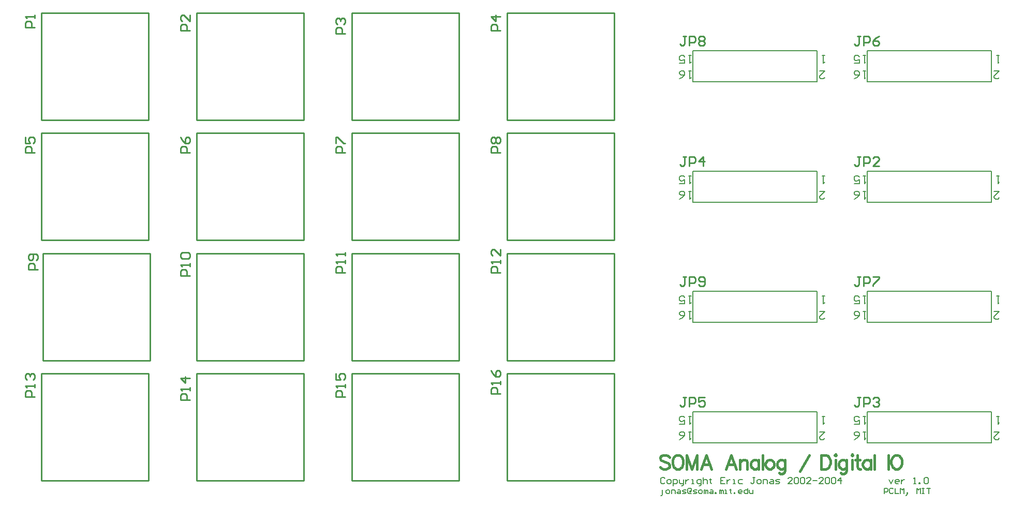
<source format=gto>
%FSLAX24Y24*%
%MOIN*%
G70*
G01*
G75*
%ADD10C,0.0080*%
%ADD11C,0.0200*%
%ADD12C,0.0120*%
%ADD13C,0.0100*%
%ADD14C,0.1600*%
%ADD15C,0.0500*%
%ADD16R,0.0591X0.0591*%
%ADD17C,0.0591*%
%ADD18C,0.0079*%
%ADD19C,0.0070*%
%ADD20C,0.0150*%
D10*
X75167Y58200D02*
X75500D01*
X75167Y57867D01*
Y57783D01*
X75250Y57700D01*
X75417D01*
X75500Y57783D01*
Y59200D02*
X75333D01*
X75417D01*
Y58700D01*
X75500Y58783D01*
X66900Y59200D02*
X66733D01*
X66817D01*
Y58700D01*
X66900Y58783D01*
X66150Y58700D02*
X66483D01*
Y58950D01*
X66317Y58867D01*
X66234D01*
X66150Y58950D01*
Y59117D01*
X66234Y59200D01*
X66400D01*
X66483Y59117D01*
X66900Y58200D02*
X66733D01*
X66817D01*
Y57700D01*
X66900Y57783D01*
X66150Y57700D02*
X66317Y57783D01*
X66483Y57950D01*
Y58117D01*
X66400Y58200D01*
X66234D01*
X66150Y58117D01*
Y58033D01*
X66234Y57950D01*
X66483D01*
X78150Y58200D02*
X77983D01*
X78067D01*
Y57700D01*
X78150Y57783D01*
X77400Y57700D02*
X77567Y57783D01*
X77733Y57950D01*
Y58117D01*
X77650Y58200D01*
X77484D01*
X77400Y58117D01*
Y58033D01*
X77484Y57950D01*
X77733D01*
X78150Y59200D02*
X77983D01*
X78067D01*
Y58700D01*
X78150Y58783D01*
X77400Y58700D02*
X77733D01*
Y58950D01*
X77567Y58867D01*
X77484D01*
X77400Y58950D01*
Y59117D01*
X77484Y59200D01*
X77650D01*
X77733Y59117D01*
X86750Y59200D02*
X86583D01*
X86667D01*
Y58700D01*
X86750Y58783D01*
X86417Y58200D02*
X86750D01*
X86417Y57867D01*
Y57783D01*
X86500Y57700D01*
X86667D01*
X86750Y57783D01*
X75167Y50450D02*
X75500D01*
X75167Y50117D01*
Y50033D01*
X75250Y49950D01*
X75417D01*
X75500Y50033D01*
Y51450D02*
X75333D01*
X75417D01*
Y50950D01*
X75500Y51033D01*
X66900Y51450D02*
X66733D01*
X66817D01*
Y50950D01*
X66900Y51033D01*
X66150Y50950D02*
X66483D01*
Y51200D01*
X66317Y51117D01*
X66234D01*
X66150Y51200D01*
Y51367D01*
X66234Y51450D01*
X66400D01*
X66483Y51367D01*
X66900Y50450D02*
X66733D01*
X66817D01*
Y49950D01*
X66900Y50033D01*
X66150Y49950D02*
X66317Y50033D01*
X66483Y50200D01*
Y50367D01*
X66400Y50450D01*
X66234D01*
X66150Y50367D01*
Y50283D01*
X66234Y50200D01*
X66483D01*
X86417Y50450D02*
X86750D01*
X86417Y50117D01*
Y50033D01*
X86500Y49950D01*
X86667D01*
X86750Y50033D01*
Y51450D02*
X86583D01*
X86667D01*
Y50950D01*
X86750Y51033D01*
X78150Y51450D02*
X77983D01*
X78067D01*
Y50950D01*
X78150Y51033D01*
X77400Y50950D02*
X77733D01*
Y51200D01*
X77567Y51117D01*
X77484D01*
X77400Y51200D01*
Y51367D01*
X77484Y51450D01*
X77650D01*
X77733Y51367D01*
X78150Y50450D02*
X77983D01*
X78067D01*
Y49950D01*
X78150Y50033D01*
X77400Y49950D02*
X77567Y50033D01*
X77733Y50200D01*
Y50367D01*
X77650Y50450D01*
X77484D01*
X77400Y50367D01*
Y50283D01*
X77484Y50200D01*
X77733D01*
X75167Y42700D02*
X75500D01*
X75167Y42367D01*
Y42283D01*
X75250Y42200D01*
X75417D01*
X75500Y42283D01*
Y43700D02*
X75333D01*
X75417D01*
Y43200D01*
X75500Y43283D01*
X66900Y43700D02*
X66733D01*
X66817D01*
Y43200D01*
X66900Y43283D01*
X66150Y43200D02*
X66483D01*
Y43450D01*
X66317Y43367D01*
X66234D01*
X66150Y43450D01*
Y43617D01*
X66234Y43700D01*
X66400D01*
X66483Y43617D01*
X66900Y42700D02*
X66733D01*
X66817D01*
Y42200D01*
X66900Y42283D01*
X66150Y42200D02*
X66317Y42283D01*
X66483Y42450D01*
Y42617D01*
X66400Y42700D01*
X66234D01*
X66150Y42617D01*
Y42533D01*
X66234Y42450D01*
X66483D01*
X86417Y42700D02*
X86750D01*
X86417Y42367D01*
Y42283D01*
X86500Y42200D01*
X86667D01*
X86750Y42283D01*
Y43700D02*
X86583D01*
X86667D01*
Y43200D01*
X86750Y43283D01*
X78150Y43700D02*
X77983D01*
X78067D01*
Y43200D01*
X78150Y43283D01*
X77400Y43200D02*
X77733D01*
Y43450D01*
X77567Y43367D01*
X77484D01*
X77400Y43450D01*
Y43617D01*
X77484Y43700D01*
X77650D01*
X77733Y43617D01*
X78150Y42700D02*
X77983D01*
X78067D01*
Y42200D01*
X78150Y42283D01*
X77400Y42200D02*
X77567Y42283D01*
X77733Y42450D01*
Y42617D01*
X77650Y42700D01*
X77484D01*
X77400Y42617D01*
Y42533D01*
X77484Y42450D01*
X77733D01*
X86417Y34950D02*
X86750D01*
X86417Y34617D01*
Y34533D01*
X86500Y34450D01*
X86667D01*
X86750Y34533D01*
Y35950D02*
X86583D01*
X86667D01*
Y35450D01*
X86750Y35533D01*
X78150Y35950D02*
X77983D01*
X78067D01*
Y35450D01*
X78150Y35533D01*
X77400Y35450D02*
X77733D01*
Y35700D01*
X77567Y35617D01*
X77484D01*
X77400Y35700D01*
Y35867D01*
X77484Y35950D01*
X77650D01*
X77733Y35867D01*
X78150Y34950D02*
X77983D01*
X78067D01*
Y34450D01*
X78150Y34533D01*
X77400Y34450D02*
X77567Y34533D01*
X77733Y34700D01*
Y34867D01*
X77650Y34950D01*
X77484D01*
X77400Y34867D01*
Y34783D01*
X77484Y34700D01*
X77733D01*
X75167Y34950D02*
X75500D01*
X75167Y34617D01*
Y34533D01*
X75250Y34450D01*
X75417D01*
X75500Y34533D01*
Y35950D02*
X75333D01*
X75417D01*
Y35450D01*
X75500Y35533D01*
X66900Y35950D02*
X66733D01*
X66817D01*
Y35450D01*
X66900Y35533D01*
X66150Y35450D02*
X66483D01*
Y35700D01*
X66317Y35617D01*
X66234D01*
X66150Y35700D01*
Y35867D01*
X66234Y35950D01*
X66400D01*
X66483Y35867D01*
X66900Y34950D02*
X66733D01*
X66817D01*
Y34450D01*
X66900Y34533D01*
X66150Y34450D02*
X66317Y34533D01*
X66483Y34700D01*
Y34867D01*
X66400Y34950D01*
X66234D01*
X66150Y34867D01*
Y34783D01*
X66234Y34700D01*
X66483D01*
D13*
X35050Y38700D02*
X41950D01*
X35050Y31800D02*
Y38700D01*
Y31800D02*
X41950D01*
Y38700D01*
X51950Y31800D02*
Y38700D01*
X45050Y31800D02*
X51950D01*
X45050D02*
Y38700D01*
X51950D01*
X55050D02*
X61950D01*
X55050Y31800D02*
Y38700D01*
Y31800D02*
X61950D01*
Y38700D01*
X35050Y46450D02*
X41950D01*
X35050Y39550D02*
Y46450D01*
Y39550D02*
X41950D01*
Y46450D01*
X51950Y39550D02*
Y46450D01*
X45050Y39550D02*
X51950D01*
X45050D02*
Y46450D01*
X51950D01*
X55050D02*
X61950D01*
X55050Y39550D02*
Y46450D01*
Y39550D02*
X61950D01*
Y46450D01*
X31950Y55050D02*
Y61950D01*
X25050Y55050D02*
X31950D01*
X25050D02*
Y61950D01*
X31950D01*
X35050D02*
X41950D01*
X35050Y55050D02*
Y61950D01*
Y55050D02*
X41950D01*
Y61950D01*
X51950Y55050D02*
Y61950D01*
X45050Y55050D02*
X51950D01*
X45050D02*
Y61950D01*
X51950D01*
X55050D02*
X61950D01*
X55050Y55050D02*
Y61950D01*
Y55050D02*
X61950D01*
Y61950D01*
X35050Y54200D02*
X41950D01*
X35050Y47300D02*
Y54200D01*
Y47300D02*
X41950D01*
Y54200D01*
X51950Y47300D02*
Y54200D01*
X45050Y47300D02*
X51950D01*
X45050D02*
Y54200D01*
X51950D01*
X55050D02*
X61950D01*
X55050Y47300D02*
Y54200D01*
Y47300D02*
X61950D01*
Y54200D01*
X31950Y47300D02*
Y54200D01*
X25050Y47300D02*
X31950D01*
X25050D02*
Y54200D01*
X31950D01*
X32050Y39550D02*
Y46450D01*
X25150Y39550D02*
X32050D01*
X25150D02*
Y46450D01*
X32050D01*
X31950Y31800D02*
Y38700D01*
X25050Y31800D02*
X31950D01*
X25050D02*
Y38700D01*
X31950D01*
X77820Y52690D02*
X77620D01*
X77720D01*
Y52190D01*
X77620Y52090D01*
X77520D01*
X77420Y52190D01*
X78020Y52090D02*
Y52690D01*
X78320D01*
X78420Y52590D01*
Y52390D01*
X78320Y52290D01*
X78020D01*
X79019Y52090D02*
X78620D01*
X79019Y52490D01*
Y52590D01*
X78920Y52690D01*
X78720D01*
X78620Y52590D01*
X77820Y37190D02*
X77620D01*
X77720D01*
Y36690D01*
X77620Y36590D01*
X77520D01*
X77420Y36690D01*
X78020Y36590D02*
Y37190D01*
X78320D01*
X78420Y37090D01*
Y36890D01*
X78320Y36790D01*
X78020D01*
X78620Y37090D02*
X78720Y37190D01*
X78920D01*
X79019Y37090D01*
Y36990D01*
X78920Y36890D01*
X78820D01*
X78920D01*
X79019Y36790D01*
Y36690D01*
X78920Y36590D01*
X78720D01*
X78620Y36690D01*
X66570Y52690D02*
X66370D01*
X66470D01*
Y52190D01*
X66370Y52090D01*
X66270D01*
X66170Y52190D01*
X66770Y52090D02*
Y52690D01*
X67070D01*
X67170Y52590D01*
Y52390D01*
X67070Y52290D01*
X66770D01*
X67670Y52090D02*
Y52690D01*
X67370Y52390D01*
X67769D01*
X66570Y37190D02*
X66370D01*
X66470D01*
Y36690D01*
X66370Y36590D01*
X66270D01*
X66170Y36690D01*
X66770Y36590D02*
Y37190D01*
X67070D01*
X67170Y37090D01*
Y36890D01*
X67070Y36790D01*
X66770D01*
X67769Y37190D02*
X67370D01*
Y36890D01*
X67570Y36990D01*
X67670D01*
X67769Y36890D01*
Y36690D01*
X67670Y36590D01*
X67470D01*
X67370Y36690D01*
X77820Y60440D02*
X77620D01*
X77720D01*
Y59940D01*
X77620Y59840D01*
X77520D01*
X77420Y59940D01*
X78020Y59840D02*
Y60440D01*
X78320D01*
X78420Y60340D01*
Y60140D01*
X78320Y60040D01*
X78020D01*
X79019Y60440D02*
X78820Y60340D01*
X78620Y60140D01*
Y59940D01*
X78720Y59840D01*
X78920D01*
X79019Y59940D01*
Y60040D01*
X78920Y60140D01*
X78620D01*
X77820Y44940D02*
X77620D01*
X77720D01*
Y44440D01*
X77620Y44340D01*
X77520D01*
X77420Y44440D01*
X78020Y44340D02*
Y44940D01*
X78320D01*
X78420Y44840D01*
Y44640D01*
X78320Y44540D01*
X78020D01*
X78620Y44940D02*
X79019D01*
Y44840D01*
X78620Y44440D01*
Y44340D01*
X66570Y60440D02*
X66370D01*
X66470D01*
Y59940D01*
X66370Y59840D01*
X66270D01*
X66170Y59940D01*
X66770Y59840D02*
Y60440D01*
X67070D01*
X67170Y60340D01*
Y60140D01*
X67070Y60040D01*
X66770D01*
X67370Y60340D02*
X67470Y60440D01*
X67670D01*
X67769Y60340D01*
Y60240D01*
X67670Y60140D01*
X67769Y60040D01*
Y59940D01*
X67670Y59840D01*
X67470D01*
X67370Y59940D01*
Y60040D01*
X67470Y60140D01*
X67370Y60240D01*
Y60340D01*
X67470Y60140D02*
X67670D01*
X66570Y44940D02*
X66370D01*
X66470D01*
Y44440D01*
X66370Y44340D01*
X66270D01*
X66170Y44440D01*
X66770Y44340D02*
Y44940D01*
X67070D01*
X67170Y44840D01*
Y44640D01*
X67070Y44540D01*
X66770D01*
X67370Y44440D02*
X67470Y44340D01*
X67670D01*
X67769Y44440D01*
Y44840D01*
X67670Y44940D01*
X67470D01*
X67370Y44840D01*
Y44740D01*
X67470Y44640D01*
X67769D01*
X24600Y61000D02*
X24000D01*
Y61300D01*
X24100Y61400D01*
X24300D01*
X24400Y61300D01*
Y61000D01*
X24600Y61600D02*
Y61800D01*
Y61700D01*
X24000D01*
X24100Y61600D01*
X34600Y60800D02*
X34000D01*
Y61100D01*
X34100Y61200D01*
X34300D01*
X34400Y61100D01*
Y60800D01*
X34600Y61800D02*
Y61400D01*
X34200Y61800D01*
X34100D01*
X34000Y61700D01*
Y61500D01*
X34100Y61400D01*
X44600Y60600D02*
X44000D01*
Y60900D01*
X44100Y61000D01*
X44300D01*
X44400Y60900D01*
Y60600D01*
X44100Y61200D02*
X44000Y61300D01*
Y61500D01*
X44100Y61600D01*
X44200D01*
X44300Y61500D01*
Y61400D01*
Y61500D01*
X44400Y61600D01*
X44500D01*
X44600Y61500D01*
Y61300D01*
X44500Y61200D01*
X54600Y60800D02*
X54000D01*
Y61100D01*
X54100Y61200D01*
X54300D01*
X54400Y61100D01*
Y60800D01*
X54600Y61700D02*
X54000D01*
X54300Y61400D01*
Y61800D01*
X24600Y52950D02*
X24000D01*
Y53250D01*
X24100Y53350D01*
X24300D01*
X24400Y53250D01*
Y52950D01*
X24000Y53950D02*
Y53550D01*
X24300D01*
X24200Y53750D01*
Y53850D01*
X24300Y53950D01*
X24500D01*
X24600Y53850D01*
Y53650D01*
X24500Y53550D01*
X34600Y52950D02*
X34000D01*
Y53250D01*
X34100Y53350D01*
X34300D01*
X34400Y53250D01*
Y52950D01*
X34000Y53950D02*
X34100Y53750D01*
X34300Y53550D01*
X34500D01*
X34600Y53650D01*
Y53850D01*
X34500Y53950D01*
X34400D01*
X34300Y53850D01*
Y53550D01*
X44600Y52950D02*
X44000D01*
Y53250D01*
X44100Y53350D01*
X44300D01*
X44400Y53250D01*
Y52950D01*
X44000Y53550D02*
Y53950D01*
X44100D01*
X44500Y53550D01*
X44600D01*
X54600Y52950D02*
X54000D01*
Y53250D01*
X54100Y53350D01*
X54300D01*
X54400Y53250D01*
Y52950D01*
X54100Y53550D02*
X54000Y53650D01*
Y53850D01*
X54100Y53950D01*
X54200D01*
X54300Y53850D01*
X54400Y53950D01*
X54500D01*
X54600Y53850D01*
Y53650D01*
X54500Y53550D01*
X54400D01*
X54300Y53650D01*
X54200Y53550D01*
X54100D01*
X54300Y53650D02*
Y53850D01*
X24800Y45400D02*
X24200D01*
Y45700D01*
X24300Y45800D01*
X24500D01*
X24600Y45700D01*
Y45400D01*
X24700Y46000D02*
X24800Y46100D01*
Y46300D01*
X24700Y46400D01*
X24300D01*
X24200Y46300D01*
Y46100D01*
X24300Y46000D01*
X24400D01*
X24500Y46100D01*
Y46400D01*
X34600Y45000D02*
X34000D01*
Y45300D01*
X34100Y45400D01*
X34300D01*
X34400Y45300D01*
Y45000D01*
X34600Y45600D02*
Y45800D01*
Y45700D01*
X34000D01*
X34100Y45600D01*
Y46100D02*
X34000Y46200D01*
Y46400D01*
X34100Y46500D01*
X34500D01*
X34600Y46400D01*
Y46200D01*
X34500Y46100D01*
X34100D01*
X44600Y45200D02*
X44000D01*
Y45500D01*
X44100Y45600D01*
X44300D01*
X44400Y45500D01*
Y45200D01*
X44600Y45800D02*
Y46000D01*
Y45900D01*
X44000D01*
X44100Y45800D01*
X44600Y46300D02*
Y46500D01*
Y46400D01*
X44000D01*
X44100Y46300D01*
X54600Y45200D02*
X54000D01*
Y45500D01*
X54100Y45600D01*
X54300D01*
X54400Y45500D01*
Y45200D01*
X54600Y45800D02*
Y46000D01*
Y45900D01*
X54000D01*
X54100Y45800D01*
X54600Y46700D02*
Y46300D01*
X54200Y46700D01*
X54100D01*
X54000Y46600D01*
Y46400D01*
X54100Y46300D01*
X24600Y37200D02*
X24000D01*
Y37500D01*
X24100Y37600D01*
X24300D01*
X24400Y37500D01*
Y37200D01*
X24600Y37800D02*
Y38000D01*
Y37900D01*
X24000D01*
X24100Y37800D01*
Y38300D02*
X24000Y38400D01*
Y38600D01*
X24100Y38700D01*
X24200D01*
X24300Y38600D01*
Y38500D01*
Y38600D01*
X24400Y38700D01*
X24500D01*
X24600Y38600D01*
Y38400D01*
X24500Y38300D01*
X34600Y37000D02*
X34000D01*
Y37300D01*
X34100Y37400D01*
X34300D01*
X34400Y37300D01*
Y37000D01*
X34600Y37600D02*
Y37800D01*
Y37700D01*
X34000D01*
X34100Y37600D01*
X34600Y38400D02*
X34000D01*
X34300Y38100D01*
Y38500D01*
X44600Y37200D02*
X44000D01*
Y37500D01*
X44100Y37600D01*
X44300D01*
X44400Y37500D01*
Y37200D01*
X44600Y37800D02*
Y38000D01*
Y37900D01*
X44000D01*
X44100Y37800D01*
X44000Y38700D02*
Y38300D01*
X44300D01*
X44200Y38500D01*
Y38600D01*
X44300Y38700D01*
X44500D01*
X44600Y38600D01*
Y38400D01*
X44500Y38300D01*
X54600Y37400D02*
X54000D01*
Y37700D01*
X54100Y37800D01*
X54300D01*
X54400Y37700D01*
Y37400D01*
X54600Y38000D02*
Y38200D01*
Y38100D01*
X54000D01*
X54100Y38000D01*
X54000Y38900D02*
X54100Y38700D01*
X54300Y38500D01*
X54500D01*
X54600Y38600D01*
Y38800D01*
X54500Y38900D01*
X54400D01*
X54300Y38800D01*
Y38500D01*
D18*
X67000Y57500D02*
Y59500D01*
X75000Y57500D02*
Y59500D01*
X67000D02*
X75000D01*
X67000Y57500D02*
X75000D01*
X78250D02*
X86250D01*
X78250Y59500D02*
X86250D01*
Y57500D02*
Y59500D01*
X78250Y57500D02*
Y59500D01*
X67000Y49750D02*
Y51750D01*
X75000Y49750D02*
Y51750D01*
X67000D02*
X75000D01*
X67000Y49750D02*
X75000D01*
X78250D02*
Y51750D01*
X86250Y49750D02*
Y51750D01*
X78250D02*
X86250D01*
X78250Y49750D02*
X86250D01*
X67000Y42000D02*
Y44000D01*
X75000Y42000D02*
Y44000D01*
X67000D02*
X75000D01*
X67000Y42000D02*
X75000D01*
X78250D02*
Y44000D01*
X86250Y42000D02*
Y44000D01*
X78250D02*
X86250D01*
X78250Y42000D02*
X86250D01*
X78250Y34250D02*
Y36250D01*
X86250Y34250D02*
Y36250D01*
X78250D02*
X86250D01*
X78250Y34250D02*
X86250D01*
X67000D02*
Y36250D01*
X75000Y34250D02*
Y36250D01*
X67000D02*
X75000D01*
X67000Y34250D02*
X75000D01*
D19*
X65207Y31933D02*
X65140Y32000D01*
X65007D01*
X64940Y31933D01*
Y31667D01*
X65007Y31600D01*
X65140D01*
X65207Y31667D01*
X65407Y31600D02*
X65540D01*
X65606Y31667D01*
Y31800D01*
X65540Y31867D01*
X65407D01*
X65340Y31800D01*
Y31667D01*
X65407Y31600D01*
X65740Y31467D02*
Y31867D01*
X65940D01*
X66006Y31800D01*
Y31667D01*
X65940Y31600D01*
X65740D01*
X66140Y31867D02*
Y31667D01*
X66206Y31600D01*
X66406D01*
Y31533D01*
X66340Y31467D01*
X66273D01*
X66406Y31600D02*
Y31867D01*
X66539D02*
Y31600D01*
Y31733D01*
X66606Y31800D01*
X66673Y31867D01*
X66739D01*
X66939Y31600D02*
X67073D01*
X67006D01*
Y31867D01*
X66939D01*
X67406Y31467D02*
X67473D01*
X67539Y31533D01*
Y31867D01*
X67339D01*
X67273Y31800D01*
Y31667D01*
X67339Y31600D01*
X67539D01*
X67672Y32000D02*
Y31600D01*
Y31800D01*
X67739Y31867D01*
X67872D01*
X67939Y31800D01*
Y31600D01*
X68139Y31933D02*
Y31867D01*
X68072D01*
X68206D01*
X68139D01*
Y31667D01*
X68206Y31600D01*
X69072Y32000D02*
X68805D01*
Y31600D01*
X69072D01*
X68805Y31800D02*
X68939D01*
X69205Y31867D02*
Y31600D01*
Y31733D01*
X69272Y31800D01*
X69339Y31867D01*
X69405D01*
X69605Y31600D02*
X69738D01*
X69672D01*
Y31867D01*
X69605D01*
X70205D02*
X70005D01*
X69938Y31800D01*
Y31667D01*
X70005Y31600D01*
X70205D01*
X71005Y32000D02*
X70871D01*
X70938D01*
Y31667D01*
X70871Y31600D01*
X70805D01*
X70738Y31667D01*
X71205Y31600D02*
X71338D01*
X71405Y31667D01*
Y31800D01*
X71338Y31867D01*
X71205D01*
X71138Y31800D01*
Y31667D01*
X71205Y31600D01*
X71538D02*
Y31867D01*
X71738D01*
X71804Y31800D01*
Y31600D01*
X72004Y31867D02*
X72138D01*
X72204Y31800D01*
Y31600D01*
X72004D01*
X71938Y31667D01*
X72004Y31733D01*
X72204D01*
X72338Y31600D02*
X72538D01*
X72604Y31667D01*
X72538Y31733D01*
X72404D01*
X72338Y31800D01*
X72404Y31867D01*
X72604D01*
X73404Y31600D02*
X73137D01*
X73404Y31867D01*
Y31933D01*
X73337Y32000D01*
X73204D01*
X73137Y31933D01*
X73537D02*
X73604Y32000D01*
X73737D01*
X73804Y31933D01*
Y31667D01*
X73737Y31600D01*
X73604D01*
X73537Y31667D01*
Y31933D01*
X73937D02*
X74004Y32000D01*
X74137D01*
X74204Y31933D01*
Y31667D01*
X74137Y31600D01*
X74004D01*
X73937Y31667D01*
Y31933D01*
X74604Y31600D02*
X74337D01*
X74604Y31867D01*
Y31933D01*
X74537Y32000D01*
X74404D01*
X74337Y31933D01*
X74737Y31800D02*
X75003D01*
X75403Y31600D02*
X75137D01*
X75403Y31867D01*
Y31933D01*
X75337Y32000D01*
X75203D01*
X75137Y31933D01*
X75537D02*
X75603Y32000D01*
X75737D01*
X75803Y31933D01*
Y31667D01*
X75737Y31600D01*
X75603D01*
X75537Y31667D01*
Y31933D01*
X75936D02*
X76003Y32000D01*
X76136D01*
X76203Y31933D01*
Y31667D01*
X76136Y31600D01*
X76003D01*
X75936Y31667D01*
Y31933D01*
X76536Y31600D02*
Y32000D01*
X76336Y31800D01*
X76603D01*
X79640Y31867D02*
X79773Y31600D01*
X79907Y31867D01*
X80240Y31600D02*
X80107D01*
X80040Y31667D01*
Y31800D01*
X80107Y31867D01*
X80240D01*
X80306Y31800D01*
Y31733D01*
X80040D01*
X80440Y31867D02*
Y31600D01*
Y31733D01*
X80506Y31800D01*
X80573Y31867D01*
X80640D01*
X81239Y31600D02*
X81373D01*
X81306D01*
Y32000D01*
X81239Y31933D01*
X81573Y31600D02*
Y31667D01*
X81639D01*
Y31600D01*
X81573D01*
X81906Y31933D02*
X81973Y32000D01*
X82106D01*
X82173Y31933D01*
Y31667D01*
X82106Y31600D01*
X81973D01*
X81906Y31667D01*
Y31933D01*
X64940Y30863D02*
X64998D01*
X65057Y30922D01*
Y31213D01*
X65348Y30980D02*
X65465D01*
X65523Y31038D01*
Y31155D01*
X65465Y31213D01*
X65348D01*
X65290Y31155D01*
Y31038D01*
X65348Y30980D01*
X65640D02*
Y31213D01*
X65815D01*
X65873Y31155D01*
Y30980D01*
X66048Y31213D02*
X66165D01*
X66223Y31155D01*
Y30980D01*
X66048D01*
X65990Y31038D01*
X66048Y31097D01*
X66223D01*
X66340Y30980D02*
X66514D01*
X66573Y31038D01*
X66514Y31097D01*
X66398D01*
X66340Y31155D01*
X66398Y31213D01*
X66573D01*
X66864Y31097D02*
Y31155D01*
X66806D01*
Y31097D01*
X66864D01*
X66923Y31155D01*
Y31272D01*
X66864Y31330D01*
X66748D01*
X66689Y31272D01*
Y31038D01*
X66748Y30980D01*
X66923D01*
X67039D02*
X67214D01*
X67273Y31038D01*
X67214Y31097D01*
X67098D01*
X67039Y31155D01*
X67098Y31213D01*
X67273D01*
X67448Y30980D02*
X67564D01*
X67622Y31038D01*
Y31155D01*
X67564Y31213D01*
X67448D01*
X67389Y31155D01*
Y31038D01*
X67448Y30980D01*
X67739D02*
Y31213D01*
X67797D01*
X67856Y31155D01*
Y30980D01*
Y31155D01*
X67914Y31213D01*
X67972Y31155D01*
Y30980D01*
X68147Y31213D02*
X68264D01*
X68322Y31155D01*
Y30980D01*
X68147D01*
X68089Y31038D01*
X68147Y31097D01*
X68322D01*
X68439Y30980D02*
Y31038D01*
X68497D01*
Y30980D01*
X68439D01*
X68730D02*
Y31213D01*
X68789D01*
X68847Y31155D01*
Y30980D01*
Y31155D01*
X68905Y31213D01*
X68964Y31155D01*
Y30980D01*
X69080D02*
X69197D01*
X69139D01*
Y31213D01*
X69080D01*
X69430Y31272D02*
Y31213D01*
X69372D01*
X69489D01*
X69430D01*
Y31038D01*
X69489Y30980D01*
X69663D02*
Y31038D01*
X69722D01*
Y30980D01*
X69663D01*
X70130D02*
X70013D01*
X69955Y31038D01*
Y31155D01*
X70013Y31213D01*
X70130D01*
X70188Y31155D01*
Y31097D01*
X69955D01*
X70538Y31330D02*
Y30980D01*
X70363D01*
X70305Y31038D01*
Y31155D01*
X70363Y31213D01*
X70538D01*
X70655D02*
Y31038D01*
X70713Y30980D01*
X70888D01*
Y31213D01*
X79340Y30980D02*
Y31330D01*
X79515D01*
X79573Y31272D01*
Y31155D01*
X79515Y31097D01*
X79340D01*
X79923Y31272D02*
X79865Y31330D01*
X79748D01*
X79690Y31272D01*
Y31038D01*
X79748Y30980D01*
X79865D01*
X79923Y31038D01*
X80040Y31330D02*
Y30980D01*
X80273D01*
X80390D02*
Y31330D01*
X80506Y31213D01*
X80623Y31330D01*
Y30980D01*
X80798Y30922D02*
X80856Y30980D01*
Y31038D01*
X80798D01*
Y30980D01*
X80856D01*
X80798Y30922D01*
X80740Y30863D01*
X81439Y30980D02*
Y31330D01*
X81556Y31213D01*
X81673Y31330D01*
Y30980D01*
X81789Y31330D02*
X81906D01*
X81848D01*
Y30980D01*
X81789D01*
X81906D01*
X82081Y31330D02*
X82314D01*
X82197D01*
Y30980D01*
D20*
X65500Y33331D02*
X65414Y33417D01*
X65286Y33460D01*
X65114D01*
X64986Y33417D01*
X64900Y33331D01*
Y33246D01*
X64943Y33160D01*
X64986Y33117D01*
X65071Y33074D01*
X65328Y32988D01*
X65414Y32946D01*
X65457Y32903D01*
X65500Y32817D01*
Y32689D01*
X65414Y32603D01*
X65286Y32560D01*
X65114D01*
X64986Y32603D01*
X64900Y32689D01*
X65958Y33460D02*
X65873Y33417D01*
X65787Y33331D01*
X65744Y33246D01*
X65701Y33117D01*
Y32903D01*
X65744Y32774D01*
X65787Y32689D01*
X65873Y32603D01*
X65958Y32560D01*
X66130D01*
X66215Y32603D01*
X66301Y32689D01*
X66344Y32774D01*
X66387Y32903D01*
Y33117D01*
X66344Y33246D01*
X66301Y33331D01*
X66215Y33417D01*
X66130Y33460D01*
X65958D01*
X66597D02*
Y32560D01*
Y33460D02*
X66940Y32560D01*
X67282Y33460D02*
X66940Y32560D01*
X67282Y33460D02*
Y32560D01*
X68225D02*
X67882Y33460D01*
X67539Y32560D01*
X67668Y32860D02*
X68096D01*
X69828Y32560D02*
X69485Y33460D01*
X69142Y32560D01*
X69270Y32860D02*
X69699D01*
X70037Y33160D02*
Y32560D01*
Y32988D02*
X70166Y33117D01*
X70252Y33160D01*
X70380D01*
X70466Y33117D01*
X70509Y32988D01*
Y32560D01*
X71259Y33160D02*
Y32560D01*
Y33031D02*
X71173Y33117D01*
X71087Y33160D01*
X70959D01*
X70873Y33117D01*
X70787Y33031D01*
X70744Y32903D01*
Y32817D01*
X70787Y32689D01*
X70873Y32603D01*
X70959Y32560D01*
X71087D01*
X71173Y32603D01*
X71259Y32689D01*
X71499Y33460D02*
Y32560D01*
X71901Y33160D02*
X71816Y33117D01*
X71730Y33031D01*
X71687Y32903D01*
Y32817D01*
X71730Y32689D01*
X71816Y32603D01*
X71901Y32560D01*
X72030D01*
X72116Y32603D01*
X72201Y32689D01*
X72244Y32817D01*
Y32903D01*
X72201Y33031D01*
X72116Y33117D01*
X72030Y33160D01*
X71901D01*
X72955D02*
Y32474D01*
X72913Y32346D01*
X72870Y32303D01*
X72784Y32260D01*
X72655D01*
X72570Y32303D01*
X72955Y33031D02*
X72870Y33117D01*
X72784Y33160D01*
X72655D01*
X72570Y33117D01*
X72484Y33031D01*
X72441Y32903D01*
Y32817D01*
X72484Y32689D01*
X72570Y32603D01*
X72655Y32560D01*
X72784D01*
X72870Y32603D01*
X72955Y32689D01*
X73902Y32431D02*
X74502Y33460D01*
X75269D02*
Y32560D01*
Y33460D02*
X75569D01*
X75698Y33417D01*
X75783Y33331D01*
X75826Y33246D01*
X75869Y33117D01*
Y32903D01*
X75826Y32774D01*
X75783Y32689D01*
X75698Y32603D01*
X75569Y32560D01*
X75269D01*
X76156Y33460D02*
X76199Y33417D01*
X76242Y33460D01*
X76199Y33503D01*
X76156Y33460D01*
X76199Y33160D02*
Y32560D01*
X76915Y33160D02*
Y32474D01*
X76872Y32346D01*
X76829Y32303D01*
X76743Y32260D01*
X76615D01*
X76529Y32303D01*
X76915Y33031D02*
X76829Y33117D01*
X76743Y33160D01*
X76615D01*
X76529Y33117D01*
X76443Y33031D01*
X76400Y32903D01*
Y32817D01*
X76443Y32689D01*
X76529Y32603D01*
X76615Y32560D01*
X76743D01*
X76829Y32603D01*
X76915Y32689D01*
X77240Y33460D02*
X77283Y33417D01*
X77326Y33460D01*
X77283Y33503D01*
X77240Y33460D01*
X77283Y33160D02*
Y32560D01*
X77613Y33460D02*
Y32731D01*
X77656Y32603D01*
X77742Y32560D01*
X77827D01*
X77484Y33160D02*
X77784D01*
X78470D02*
Y32560D01*
Y33031D02*
X78384Y33117D01*
X78299Y33160D01*
X78170D01*
X78084Y33117D01*
X77999Y33031D01*
X77956Y32903D01*
Y32817D01*
X77999Y32689D01*
X78084Y32603D01*
X78170Y32560D01*
X78299D01*
X78384Y32603D01*
X78470Y32689D01*
X78710Y33460D02*
Y32560D01*
X79605Y33460D02*
Y32560D01*
X80051Y33460D02*
X79965Y33417D01*
X79880Y33331D01*
X79837Y33246D01*
X79794Y33117D01*
Y32903D01*
X79837Y32774D01*
X79880Y32689D01*
X79965Y32603D01*
X80051Y32560D01*
X80222D01*
X80308Y32603D01*
X80394Y32689D01*
X80437Y32774D01*
X80480Y32903D01*
Y33117D01*
X80437Y33246D01*
X80394Y33331D01*
X80308Y33417D01*
X80222Y33460D01*
X80051D01*
M02*

</source>
